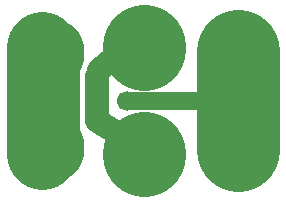
<source format=gbl>
%TF.GenerationSoftware,KiCad,Pcbnew,4.0.5-e0-6337~49~ubuntu16.04.1*%
%TF.CreationDate,2017-01-20T19:30:51-08:00*%
%TF.ProjectId,2x3-Mini-Potentiometer-3386P-TH,3278332D4D696E692D506F74656E7469,1.0*%
%TF.FileFunction,Copper,L2,Bot,Signal*%
%FSLAX46Y46*%
G04 Gerber Fmt 4.6, Leading zero omitted, Abs format (unit mm)*
G04 Created by KiCad (PCBNEW 4.0.5-e0-6337~49~ubuntu16.04.1) date Fri Jan 20 19:30:51 2017*
%MOMM*%
%LPD*%
G01*
G04 APERTURE LIST*
%ADD10C,0.350000*%
%ADD11C,7.000000*%
%ADD12C,6.000000*%
%ADD13C,2.000000*%
%ADD14C,1.500000*%
%ADD15C,6.000000*%
%ADD16C,1.700000*%
%ADD17C,0.350000*%
G04 APERTURE END LIST*
D10*
D11*
X153460720Y-99316760D02*
X153460720Y-99516760D01*
X153460720Y-90516760D02*
X153460720Y-90316760D01*
D12*
X144860720Y-99416760D02*
X144860720Y-90416760D01*
D13*
X147060720Y-92516760D02*
X147060720Y-97116760D01*
D14*
X152360720Y-94916760D02*
X161460720Y-94916760D01*
D11*
X161460720Y-90716760D02*
X161460720Y-99116760D01*
D13*
X149460720Y-92816760D02*
X149460720Y-96616760D01*
X149660720Y-96716760D02*
X153460720Y-99016760D01*
X149660720Y-92316760D02*
X153360720Y-89316760D01*
D15*
X153460720Y-98916760D03*
X145460720Y-90916760D03*
X153460720Y-90916760D03*
X145460720Y-98916760D03*
X161460720Y-98916760D03*
X161460720Y-90916760D03*
D16*
X146920720Y-94916760D03*
X149460720Y-92389040D03*
X152000720Y-94916760D03*
D17*
X153460720Y-98916760D03*
X145460720Y-90916760D03*
X153460720Y-90916760D03*
X145460720Y-98916760D03*
X161460720Y-98916760D03*
X161460720Y-90916760D03*
X146920720Y-94916760D03*
X149460720Y-92389040D03*
X152000720Y-94916760D03*
M02*

</source>
